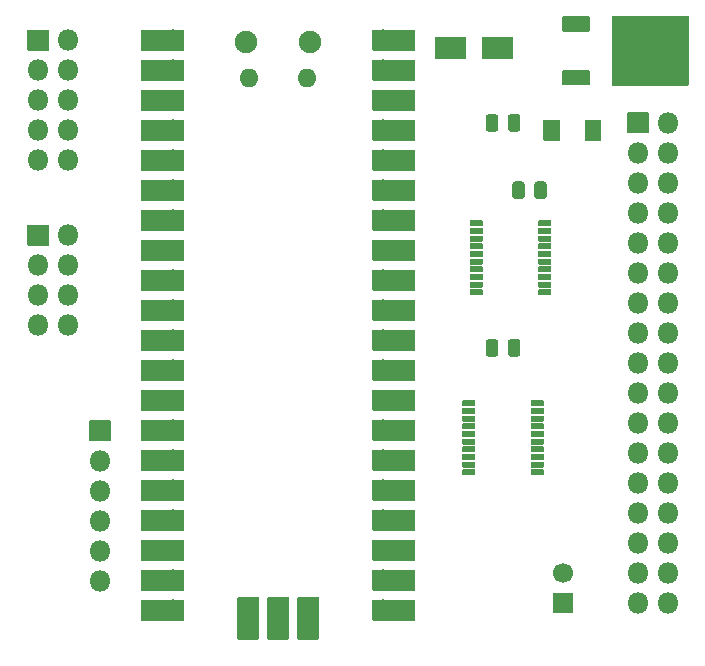
<source format=gts>
G04 #@! TF.GenerationSoftware,KiCad,Pcbnew,(5.1.10)-1*
G04 #@! TF.CreationDate,2021-07-28T22:28:55+09:30*
G04 #@! TF.ProjectId,FilestoreE01-SSD,46696c65-7374-46f7-9265-4530312d5353,rev?*
G04 #@! TF.SameCoordinates,Original*
G04 #@! TF.FileFunction,Soldermask,Top*
G04 #@! TF.FilePolarity,Negative*
%FSLAX46Y46*%
G04 Gerber Fmt 4.6, Leading zero omitted, Abs format (unit mm)*
G04 Created by KiCad (PCBNEW (5.1.10)-1) date 2021-07-28 22:28:55*
%MOMM*%
%LPD*%
G01*
G04 APERTURE LIST*
%ADD10O,1.800000X1.800000*%
%ADD11O,1.600000X1.600000*%
%ADD12O,1.900000X1.900000*%
%ADD13C,1.700000*%
G04 APERTURE END LIST*
G36*
G01*
X164160000Y-70465000D02*
X164160000Y-64665000D01*
G75*
G02*
X164210000Y-64615000I50000J0D01*
G01*
X170610000Y-64615000D01*
G75*
G02*
X170660000Y-64665000I0J-50000D01*
G01*
X170660000Y-70465000D01*
G75*
G02*
X170610000Y-70515000I-50000J0D01*
G01*
X164210000Y-70515000D01*
G75*
G02*
X164160000Y-70465000I0J50000D01*
G01*
G37*
G36*
G01*
X159960000Y-70445000D02*
X159960000Y-69245000D01*
G75*
G02*
X160010000Y-69195000I50000J0D01*
G01*
X162210000Y-69195000D01*
G75*
G02*
X162260000Y-69245000I0J-50000D01*
G01*
X162260000Y-70445000D01*
G75*
G02*
X162210000Y-70495000I-50000J0D01*
G01*
X160010000Y-70495000D01*
G75*
G02*
X159960000Y-70445000I0J50000D01*
G01*
G37*
G36*
G01*
X159960000Y-65885000D02*
X159960000Y-64685000D01*
G75*
G02*
X160010000Y-64635000I50000J0D01*
G01*
X162210000Y-64635000D01*
G75*
G02*
X162260000Y-64685000I0J-50000D01*
G01*
X162260000Y-65885000D01*
G75*
G02*
X162210000Y-65935000I-50000J0D01*
G01*
X160010000Y-65935000D01*
G75*
G02*
X159960000Y-65885000I0J50000D01*
G01*
G37*
G36*
G01*
X157290000Y-97605000D02*
X157290000Y-97205000D01*
G75*
G02*
X157340000Y-97155000I50000J0D01*
G01*
X158340000Y-97155000D01*
G75*
G02*
X158390000Y-97205000I0J-50000D01*
G01*
X158390000Y-97605000D01*
G75*
G02*
X158340000Y-97655000I-50000J0D01*
G01*
X157340000Y-97655000D01*
G75*
G02*
X157290000Y-97605000I0J50000D01*
G01*
G37*
G36*
G01*
X157290000Y-98255000D02*
X157290000Y-97855000D01*
G75*
G02*
X157340000Y-97805000I50000J0D01*
G01*
X158340000Y-97805000D01*
G75*
G02*
X158390000Y-97855000I0J-50000D01*
G01*
X158390000Y-98255000D01*
G75*
G02*
X158340000Y-98305000I-50000J0D01*
G01*
X157340000Y-98305000D01*
G75*
G02*
X157290000Y-98255000I0J50000D01*
G01*
G37*
G36*
G01*
X157290000Y-98905000D02*
X157290000Y-98505000D01*
G75*
G02*
X157340000Y-98455000I50000J0D01*
G01*
X158340000Y-98455000D01*
G75*
G02*
X158390000Y-98505000I0J-50000D01*
G01*
X158390000Y-98905000D01*
G75*
G02*
X158340000Y-98955000I-50000J0D01*
G01*
X157340000Y-98955000D01*
G75*
G02*
X157290000Y-98905000I0J50000D01*
G01*
G37*
G36*
G01*
X157290000Y-99555000D02*
X157290000Y-99155000D01*
G75*
G02*
X157340000Y-99105000I50000J0D01*
G01*
X158340000Y-99105000D01*
G75*
G02*
X158390000Y-99155000I0J-50000D01*
G01*
X158390000Y-99555000D01*
G75*
G02*
X158340000Y-99605000I-50000J0D01*
G01*
X157340000Y-99605000D01*
G75*
G02*
X157290000Y-99555000I0J50000D01*
G01*
G37*
G36*
G01*
X157290000Y-100205000D02*
X157290000Y-99805000D01*
G75*
G02*
X157340000Y-99755000I50000J0D01*
G01*
X158340000Y-99755000D01*
G75*
G02*
X158390000Y-99805000I0J-50000D01*
G01*
X158390000Y-100205000D01*
G75*
G02*
X158340000Y-100255000I-50000J0D01*
G01*
X157340000Y-100255000D01*
G75*
G02*
X157290000Y-100205000I0J50000D01*
G01*
G37*
G36*
G01*
X157290000Y-100855000D02*
X157290000Y-100455000D01*
G75*
G02*
X157340000Y-100405000I50000J0D01*
G01*
X158340000Y-100405000D01*
G75*
G02*
X158390000Y-100455000I0J-50000D01*
G01*
X158390000Y-100855000D01*
G75*
G02*
X158340000Y-100905000I-50000J0D01*
G01*
X157340000Y-100905000D01*
G75*
G02*
X157290000Y-100855000I0J50000D01*
G01*
G37*
G36*
G01*
X157290000Y-101505000D02*
X157290000Y-101105000D01*
G75*
G02*
X157340000Y-101055000I50000J0D01*
G01*
X158340000Y-101055000D01*
G75*
G02*
X158390000Y-101105000I0J-50000D01*
G01*
X158390000Y-101505000D01*
G75*
G02*
X158340000Y-101555000I-50000J0D01*
G01*
X157340000Y-101555000D01*
G75*
G02*
X157290000Y-101505000I0J50000D01*
G01*
G37*
G36*
G01*
X157290000Y-102155000D02*
X157290000Y-101755000D01*
G75*
G02*
X157340000Y-101705000I50000J0D01*
G01*
X158340000Y-101705000D01*
G75*
G02*
X158390000Y-101755000I0J-50000D01*
G01*
X158390000Y-102155000D01*
G75*
G02*
X158340000Y-102205000I-50000J0D01*
G01*
X157340000Y-102205000D01*
G75*
G02*
X157290000Y-102155000I0J50000D01*
G01*
G37*
G36*
G01*
X157290000Y-102805000D02*
X157290000Y-102405000D01*
G75*
G02*
X157340000Y-102355000I50000J0D01*
G01*
X158340000Y-102355000D01*
G75*
G02*
X158390000Y-102405000I0J-50000D01*
G01*
X158390000Y-102805000D01*
G75*
G02*
X158340000Y-102855000I-50000J0D01*
G01*
X157340000Y-102855000D01*
G75*
G02*
X157290000Y-102805000I0J50000D01*
G01*
G37*
G36*
G01*
X157290000Y-103455000D02*
X157290000Y-103055000D01*
G75*
G02*
X157340000Y-103005000I50000J0D01*
G01*
X158340000Y-103005000D01*
G75*
G02*
X158390000Y-103055000I0J-50000D01*
G01*
X158390000Y-103455000D01*
G75*
G02*
X158340000Y-103505000I-50000J0D01*
G01*
X157340000Y-103505000D01*
G75*
G02*
X157290000Y-103455000I0J50000D01*
G01*
G37*
G36*
G01*
X151490000Y-103455000D02*
X151490000Y-103055000D01*
G75*
G02*
X151540000Y-103005000I50000J0D01*
G01*
X152540000Y-103005000D01*
G75*
G02*
X152590000Y-103055000I0J-50000D01*
G01*
X152590000Y-103455000D01*
G75*
G02*
X152540000Y-103505000I-50000J0D01*
G01*
X151540000Y-103505000D01*
G75*
G02*
X151490000Y-103455000I0J50000D01*
G01*
G37*
G36*
G01*
X151490000Y-102805000D02*
X151490000Y-102405000D01*
G75*
G02*
X151540000Y-102355000I50000J0D01*
G01*
X152540000Y-102355000D01*
G75*
G02*
X152590000Y-102405000I0J-50000D01*
G01*
X152590000Y-102805000D01*
G75*
G02*
X152540000Y-102855000I-50000J0D01*
G01*
X151540000Y-102855000D01*
G75*
G02*
X151490000Y-102805000I0J50000D01*
G01*
G37*
G36*
G01*
X151490000Y-102155000D02*
X151490000Y-101755000D01*
G75*
G02*
X151540000Y-101705000I50000J0D01*
G01*
X152540000Y-101705000D01*
G75*
G02*
X152590000Y-101755000I0J-50000D01*
G01*
X152590000Y-102155000D01*
G75*
G02*
X152540000Y-102205000I-50000J0D01*
G01*
X151540000Y-102205000D01*
G75*
G02*
X151490000Y-102155000I0J50000D01*
G01*
G37*
G36*
G01*
X151490000Y-101505000D02*
X151490000Y-101105000D01*
G75*
G02*
X151540000Y-101055000I50000J0D01*
G01*
X152540000Y-101055000D01*
G75*
G02*
X152590000Y-101105000I0J-50000D01*
G01*
X152590000Y-101505000D01*
G75*
G02*
X152540000Y-101555000I-50000J0D01*
G01*
X151540000Y-101555000D01*
G75*
G02*
X151490000Y-101505000I0J50000D01*
G01*
G37*
G36*
G01*
X151490000Y-100855000D02*
X151490000Y-100455000D01*
G75*
G02*
X151540000Y-100405000I50000J0D01*
G01*
X152540000Y-100405000D01*
G75*
G02*
X152590000Y-100455000I0J-50000D01*
G01*
X152590000Y-100855000D01*
G75*
G02*
X152540000Y-100905000I-50000J0D01*
G01*
X151540000Y-100905000D01*
G75*
G02*
X151490000Y-100855000I0J50000D01*
G01*
G37*
G36*
G01*
X151490000Y-100205000D02*
X151490000Y-99805000D01*
G75*
G02*
X151540000Y-99755000I50000J0D01*
G01*
X152540000Y-99755000D01*
G75*
G02*
X152590000Y-99805000I0J-50000D01*
G01*
X152590000Y-100205000D01*
G75*
G02*
X152540000Y-100255000I-50000J0D01*
G01*
X151540000Y-100255000D01*
G75*
G02*
X151490000Y-100205000I0J50000D01*
G01*
G37*
G36*
G01*
X151490000Y-99555000D02*
X151490000Y-99155000D01*
G75*
G02*
X151540000Y-99105000I50000J0D01*
G01*
X152540000Y-99105000D01*
G75*
G02*
X152590000Y-99155000I0J-50000D01*
G01*
X152590000Y-99555000D01*
G75*
G02*
X152540000Y-99605000I-50000J0D01*
G01*
X151540000Y-99605000D01*
G75*
G02*
X151490000Y-99555000I0J50000D01*
G01*
G37*
G36*
G01*
X151490000Y-98905000D02*
X151490000Y-98505000D01*
G75*
G02*
X151540000Y-98455000I50000J0D01*
G01*
X152540000Y-98455000D01*
G75*
G02*
X152590000Y-98505000I0J-50000D01*
G01*
X152590000Y-98905000D01*
G75*
G02*
X152540000Y-98955000I-50000J0D01*
G01*
X151540000Y-98955000D01*
G75*
G02*
X151490000Y-98905000I0J50000D01*
G01*
G37*
G36*
G01*
X151490000Y-98255000D02*
X151490000Y-97855000D01*
G75*
G02*
X151540000Y-97805000I50000J0D01*
G01*
X152540000Y-97805000D01*
G75*
G02*
X152590000Y-97855000I0J-50000D01*
G01*
X152590000Y-98255000D01*
G75*
G02*
X152540000Y-98305000I-50000J0D01*
G01*
X151540000Y-98305000D01*
G75*
G02*
X151490000Y-98255000I0J50000D01*
G01*
G37*
G36*
G01*
X151490000Y-97605000D02*
X151490000Y-97205000D01*
G75*
G02*
X151540000Y-97155000I50000J0D01*
G01*
X152540000Y-97155000D01*
G75*
G02*
X152590000Y-97205000I0J-50000D01*
G01*
X152590000Y-97605000D01*
G75*
G02*
X152540000Y-97655000I-50000J0D01*
G01*
X151540000Y-97655000D01*
G75*
G02*
X151490000Y-97605000I0J50000D01*
G01*
G37*
G36*
G01*
X157925000Y-82365000D02*
X157925000Y-81965000D01*
G75*
G02*
X157975000Y-81915000I50000J0D01*
G01*
X158975000Y-81915000D01*
G75*
G02*
X159025000Y-81965000I0J-50000D01*
G01*
X159025000Y-82365000D01*
G75*
G02*
X158975000Y-82415000I-50000J0D01*
G01*
X157975000Y-82415000D01*
G75*
G02*
X157925000Y-82365000I0J50000D01*
G01*
G37*
G36*
G01*
X157925000Y-83015000D02*
X157925000Y-82615000D01*
G75*
G02*
X157975000Y-82565000I50000J0D01*
G01*
X158975000Y-82565000D01*
G75*
G02*
X159025000Y-82615000I0J-50000D01*
G01*
X159025000Y-83015000D01*
G75*
G02*
X158975000Y-83065000I-50000J0D01*
G01*
X157975000Y-83065000D01*
G75*
G02*
X157925000Y-83015000I0J50000D01*
G01*
G37*
G36*
G01*
X157925000Y-83665000D02*
X157925000Y-83265000D01*
G75*
G02*
X157975000Y-83215000I50000J0D01*
G01*
X158975000Y-83215000D01*
G75*
G02*
X159025000Y-83265000I0J-50000D01*
G01*
X159025000Y-83665000D01*
G75*
G02*
X158975000Y-83715000I-50000J0D01*
G01*
X157975000Y-83715000D01*
G75*
G02*
X157925000Y-83665000I0J50000D01*
G01*
G37*
G36*
G01*
X157925000Y-84315000D02*
X157925000Y-83915000D01*
G75*
G02*
X157975000Y-83865000I50000J0D01*
G01*
X158975000Y-83865000D01*
G75*
G02*
X159025000Y-83915000I0J-50000D01*
G01*
X159025000Y-84315000D01*
G75*
G02*
X158975000Y-84365000I-50000J0D01*
G01*
X157975000Y-84365000D01*
G75*
G02*
X157925000Y-84315000I0J50000D01*
G01*
G37*
G36*
G01*
X157925000Y-84965000D02*
X157925000Y-84565000D01*
G75*
G02*
X157975000Y-84515000I50000J0D01*
G01*
X158975000Y-84515000D01*
G75*
G02*
X159025000Y-84565000I0J-50000D01*
G01*
X159025000Y-84965000D01*
G75*
G02*
X158975000Y-85015000I-50000J0D01*
G01*
X157975000Y-85015000D01*
G75*
G02*
X157925000Y-84965000I0J50000D01*
G01*
G37*
G36*
G01*
X157925000Y-85615000D02*
X157925000Y-85215000D01*
G75*
G02*
X157975000Y-85165000I50000J0D01*
G01*
X158975000Y-85165000D01*
G75*
G02*
X159025000Y-85215000I0J-50000D01*
G01*
X159025000Y-85615000D01*
G75*
G02*
X158975000Y-85665000I-50000J0D01*
G01*
X157975000Y-85665000D01*
G75*
G02*
X157925000Y-85615000I0J50000D01*
G01*
G37*
G36*
G01*
X157925000Y-86265000D02*
X157925000Y-85865000D01*
G75*
G02*
X157975000Y-85815000I50000J0D01*
G01*
X158975000Y-85815000D01*
G75*
G02*
X159025000Y-85865000I0J-50000D01*
G01*
X159025000Y-86265000D01*
G75*
G02*
X158975000Y-86315000I-50000J0D01*
G01*
X157975000Y-86315000D01*
G75*
G02*
X157925000Y-86265000I0J50000D01*
G01*
G37*
G36*
G01*
X157925000Y-86915000D02*
X157925000Y-86515000D01*
G75*
G02*
X157975000Y-86465000I50000J0D01*
G01*
X158975000Y-86465000D01*
G75*
G02*
X159025000Y-86515000I0J-50000D01*
G01*
X159025000Y-86915000D01*
G75*
G02*
X158975000Y-86965000I-50000J0D01*
G01*
X157975000Y-86965000D01*
G75*
G02*
X157925000Y-86915000I0J50000D01*
G01*
G37*
G36*
G01*
X157925000Y-87565000D02*
X157925000Y-87165000D01*
G75*
G02*
X157975000Y-87115000I50000J0D01*
G01*
X158975000Y-87115000D01*
G75*
G02*
X159025000Y-87165000I0J-50000D01*
G01*
X159025000Y-87565000D01*
G75*
G02*
X158975000Y-87615000I-50000J0D01*
G01*
X157975000Y-87615000D01*
G75*
G02*
X157925000Y-87565000I0J50000D01*
G01*
G37*
G36*
G01*
X157925000Y-88215000D02*
X157925000Y-87815000D01*
G75*
G02*
X157975000Y-87765000I50000J0D01*
G01*
X158975000Y-87765000D01*
G75*
G02*
X159025000Y-87815000I0J-50000D01*
G01*
X159025000Y-88215000D01*
G75*
G02*
X158975000Y-88265000I-50000J0D01*
G01*
X157975000Y-88265000D01*
G75*
G02*
X157925000Y-88215000I0J50000D01*
G01*
G37*
G36*
G01*
X152125000Y-88215000D02*
X152125000Y-87815000D01*
G75*
G02*
X152175000Y-87765000I50000J0D01*
G01*
X153175000Y-87765000D01*
G75*
G02*
X153225000Y-87815000I0J-50000D01*
G01*
X153225000Y-88215000D01*
G75*
G02*
X153175000Y-88265000I-50000J0D01*
G01*
X152175000Y-88265000D01*
G75*
G02*
X152125000Y-88215000I0J50000D01*
G01*
G37*
G36*
G01*
X152125000Y-87565000D02*
X152125000Y-87165000D01*
G75*
G02*
X152175000Y-87115000I50000J0D01*
G01*
X153175000Y-87115000D01*
G75*
G02*
X153225000Y-87165000I0J-50000D01*
G01*
X153225000Y-87565000D01*
G75*
G02*
X153175000Y-87615000I-50000J0D01*
G01*
X152175000Y-87615000D01*
G75*
G02*
X152125000Y-87565000I0J50000D01*
G01*
G37*
G36*
G01*
X152125000Y-86915000D02*
X152125000Y-86515000D01*
G75*
G02*
X152175000Y-86465000I50000J0D01*
G01*
X153175000Y-86465000D01*
G75*
G02*
X153225000Y-86515000I0J-50000D01*
G01*
X153225000Y-86915000D01*
G75*
G02*
X153175000Y-86965000I-50000J0D01*
G01*
X152175000Y-86965000D01*
G75*
G02*
X152125000Y-86915000I0J50000D01*
G01*
G37*
G36*
G01*
X152125000Y-86265000D02*
X152125000Y-85865000D01*
G75*
G02*
X152175000Y-85815000I50000J0D01*
G01*
X153175000Y-85815000D01*
G75*
G02*
X153225000Y-85865000I0J-50000D01*
G01*
X153225000Y-86265000D01*
G75*
G02*
X153175000Y-86315000I-50000J0D01*
G01*
X152175000Y-86315000D01*
G75*
G02*
X152125000Y-86265000I0J50000D01*
G01*
G37*
G36*
G01*
X152125000Y-85615000D02*
X152125000Y-85215000D01*
G75*
G02*
X152175000Y-85165000I50000J0D01*
G01*
X153175000Y-85165000D01*
G75*
G02*
X153225000Y-85215000I0J-50000D01*
G01*
X153225000Y-85615000D01*
G75*
G02*
X153175000Y-85665000I-50000J0D01*
G01*
X152175000Y-85665000D01*
G75*
G02*
X152125000Y-85615000I0J50000D01*
G01*
G37*
G36*
G01*
X152125000Y-84965000D02*
X152125000Y-84565000D01*
G75*
G02*
X152175000Y-84515000I50000J0D01*
G01*
X153175000Y-84515000D01*
G75*
G02*
X153225000Y-84565000I0J-50000D01*
G01*
X153225000Y-84965000D01*
G75*
G02*
X153175000Y-85015000I-50000J0D01*
G01*
X152175000Y-85015000D01*
G75*
G02*
X152125000Y-84965000I0J50000D01*
G01*
G37*
G36*
G01*
X152125000Y-84315000D02*
X152125000Y-83915000D01*
G75*
G02*
X152175000Y-83865000I50000J0D01*
G01*
X153175000Y-83865000D01*
G75*
G02*
X153225000Y-83915000I0J-50000D01*
G01*
X153225000Y-84315000D01*
G75*
G02*
X153175000Y-84365000I-50000J0D01*
G01*
X152175000Y-84365000D01*
G75*
G02*
X152125000Y-84315000I0J50000D01*
G01*
G37*
G36*
G01*
X152125000Y-83665000D02*
X152125000Y-83265000D01*
G75*
G02*
X152175000Y-83215000I50000J0D01*
G01*
X153175000Y-83215000D01*
G75*
G02*
X153225000Y-83265000I0J-50000D01*
G01*
X153225000Y-83665000D01*
G75*
G02*
X153175000Y-83715000I-50000J0D01*
G01*
X152175000Y-83715000D01*
G75*
G02*
X152125000Y-83665000I0J50000D01*
G01*
G37*
G36*
G01*
X152125000Y-83015000D02*
X152125000Y-82615000D01*
G75*
G02*
X152175000Y-82565000I50000J0D01*
G01*
X153175000Y-82565000D01*
G75*
G02*
X153225000Y-82615000I0J-50000D01*
G01*
X153225000Y-83015000D01*
G75*
G02*
X153175000Y-83065000I-50000J0D01*
G01*
X152175000Y-83065000D01*
G75*
G02*
X152125000Y-83015000I0J50000D01*
G01*
G37*
G36*
G01*
X152125000Y-82365000D02*
X152125000Y-81965000D01*
G75*
G02*
X152175000Y-81915000I50000J0D01*
G01*
X153175000Y-81915000D01*
G75*
G02*
X153225000Y-81965000I0J-50000D01*
G01*
X153225000Y-82365000D01*
G75*
G02*
X153175000Y-82415000I-50000J0D01*
G01*
X152175000Y-82415000D01*
G75*
G02*
X152125000Y-82365000I0J50000D01*
G01*
G37*
D10*
X138430000Y-114705000D03*
G36*
G01*
X139280000Y-117405000D02*
X137580000Y-117405000D01*
G75*
G02*
X137530000Y-117355000I0J50000D01*
G01*
X137530000Y-113855000D01*
G75*
G02*
X137580000Y-113805000I50000J0D01*
G01*
X139280000Y-113805000D01*
G75*
G02*
X139330000Y-113855000I0J-50000D01*
G01*
X139330000Y-117355000D01*
G75*
G02*
X139280000Y-117405000I-50000J0D01*
G01*
G37*
G36*
G01*
X134990000Y-115555000D02*
X134990000Y-113855000D01*
G75*
G02*
X135040000Y-113805000I50000J0D01*
G01*
X136740000Y-113805000D01*
G75*
G02*
X136790000Y-113855000I0J-50000D01*
G01*
X136790000Y-115555000D01*
G75*
G02*
X136740000Y-115605000I-50000J0D01*
G01*
X135040000Y-115605000D01*
G75*
G02*
X134990000Y-115555000I0J50000D01*
G01*
G37*
G36*
G01*
X136740000Y-117405000D02*
X135040000Y-117405000D01*
G75*
G02*
X134990000Y-117355000I0J50000D01*
G01*
X134990000Y-113855000D01*
G75*
G02*
X135040000Y-113805000I50000J0D01*
G01*
X136740000Y-113805000D01*
G75*
G02*
X136790000Y-113855000I0J-50000D01*
G01*
X136790000Y-117355000D01*
G75*
G02*
X136740000Y-117405000I-50000J0D01*
G01*
G37*
X133350000Y-114705000D03*
G36*
G01*
X134200000Y-117405000D02*
X132500000Y-117405000D01*
G75*
G02*
X132450000Y-117355000I0J50000D01*
G01*
X132450000Y-113855000D01*
G75*
G02*
X132500000Y-113805000I50000J0D01*
G01*
X134200000Y-113805000D01*
G75*
G02*
X134250000Y-113855000I0J-50000D01*
G01*
X134250000Y-117355000D01*
G75*
G02*
X134200000Y-117405000I-50000J0D01*
G01*
G37*
D11*
X138315000Y-69835000D03*
X133465000Y-69835000D03*
D12*
X138615000Y-66805000D03*
X133165000Y-66805000D03*
G36*
G01*
X143880000Y-115785000D02*
X143880000Y-114085000D01*
G75*
G02*
X143930000Y-114035000I50000J0D01*
G01*
X147430000Y-114035000D01*
G75*
G02*
X147480000Y-114085000I0J-50000D01*
G01*
X147480000Y-115785000D01*
G75*
G02*
X147430000Y-115835000I-50000J0D01*
G01*
X143930000Y-115835000D01*
G75*
G02*
X143880000Y-115785000I0J50000D01*
G01*
G37*
G36*
G01*
X143880000Y-113245000D02*
X143880000Y-111545000D01*
G75*
G02*
X143930000Y-111495000I50000J0D01*
G01*
X147430000Y-111495000D01*
G75*
G02*
X147480000Y-111545000I0J-50000D01*
G01*
X147480000Y-113245000D01*
G75*
G02*
X147430000Y-113295000I-50000J0D01*
G01*
X143930000Y-113295000D01*
G75*
G02*
X143880000Y-113245000I0J50000D01*
G01*
G37*
G36*
G01*
X143880000Y-110705000D02*
X143880000Y-109005000D01*
G75*
G02*
X143930000Y-108955000I50000J0D01*
G01*
X147430000Y-108955000D01*
G75*
G02*
X147480000Y-109005000I0J-50000D01*
G01*
X147480000Y-110705000D01*
G75*
G02*
X147430000Y-110755000I-50000J0D01*
G01*
X143930000Y-110755000D01*
G75*
G02*
X143880000Y-110705000I0J50000D01*
G01*
G37*
G36*
G01*
X143880000Y-108165000D02*
X143880000Y-106465000D01*
G75*
G02*
X143930000Y-106415000I50000J0D01*
G01*
X147430000Y-106415000D01*
G75*
G02*
X147480000Y-106465000I0J-50000D01*
G01*
X147480000Y-108165000D01*
G75*
G02*
X147430000Y-108215000I-50000J0D01*
G01*
X143930000Y-108215000D01*
G75*
G02*
X143880000Y-108165000I0J50000D01*
G01*
G37*
G36*
G01*
X143880000Y-105625000D02*
X143880000Y-103925000D01*
G75*
G02*
X143930000Y-103875000I50000J0D01*
G01*
X147430000Y-103875000D01*
G75*
G02*
X147480000Y-103925000I0J-50000D01*
G01*
X147480000Y-105625000D01*
G75*
G02*
X147430000Y-105675000I-50000J0D01*
G01*
X143930000Y-105675000D01*
G75*
G02*
X143880000Y-105625000I0J50000D01*
G01*
G37*
G36*
G01*
X143880000Y-103085000D02*
X143880000Y-101385000D01*
G75*
G02*
X143930000Y-101335000I50000J0D01*
G01*
X147430000Y-101335000D01*
G75*
G02*
X147480000Y-101385000I0J-50000D01*
G01*
X147480000Y-103085000D01*
G75*
G02*
X147430000Y-103135000I-50000J0D01*
G01*
X143930000Y-103135000D01*
G75*
G02*
X143880000Y-103085000I0J50000D01*
G01*
G37*
G36*
G01*
X143880000Y-100545000D02*
X143880000Y-98845000D01*
G75*
G02*
X143930000Y-98795000I50000J0D01*
G01*
X147430000Y-98795000D01*
G75*
G02*
X147480000Y-98845000I0J-50000D01*
G01*
X147480000Y-100545000D01*
G75*
G02*
X147430000Y-100595000I-50000J0D01*
G01*
X143930000Y-100595000D01*
G75*
G02*
X143880000Y-100545000I0J50000D01*
G01*
G37*
G36*
G01*
X143880000Y-98005000D02*
X143880000Y-96305000D01*
G75*
G02*
X143930000Y-96255000I50000J0D01*
G01*
X147430000Y-96255000D01*
G75*
G02*
X147480000Y-96305000I0J-50000D01*
G01*
X147480000Y-98005000D01*
G75*
G02*
X147430000Y-98055000I-50000J0D01*
G01*
X143930000Y-98055000D01*
G75*
G02*
X143880000Y-98005000I0J50000D01*
G01*
G37*
G36*
G01*
X143880000Y-95465000D02*
X143880000Y-93765000D01*
G75*
G02*
X143930000Y-93715000I50000J0D01*
G01*
X147430000Y-93715000D01*
G75*
G02*
X147480000Y-93765000I0J-50000D01*
G01*
X147480000Y-95465000D01*
G75*
G02*
X147430000Y-95515000I-50000J0D01*
G01*
X143930000Y-95515000D01*
G75*
G02*
X143880000Y-95465000I0J50000D01*
G01*
G37*
G36*
G01*
X143880000Y-92925000D02*
X143880000Y-91225000D01*
G75*
G02*
X143930000Y-91175000I50000J0D01*
G01*
X147430000Y-91175000D01*
G75*
G02*
X147480000Y-91225000I0J-50000D01*
G01*
X147480000Y-92925000D01*
G75*
G02*
X147430000Y-92975000I-50000J0D01*
G01*
X143930000Y-92975000D01*
G75*
G02*
X143880000Y-92925000I0J50000D01*
G01*
G37*
G36*
G01*
X143880000Y-90385000D02*
X143880000Y-88685000D01*
G75*
G02*
X143930000Y-88635000I50000J0D01*
G01*
X147430000Y-88635000D01*
G75*
G02*
X147480000Y-88685000I0J-50000D01*
G01*
X147480000Y-90385000D01*
G75*
G02*
X147430000Y-90435000I-50000J0D01*
G01*
X143930000Y-90435000D01*
G75*
G02*
X143880000Y-90385000I0J50000D01*
G01*
G37*
G36*
G01*
X143880000Y-87845000D02*
X143880000Y-86145000D01*
G75*
G02*
X143930000Y-86095000I50000J0D01*
G01*
X147430000Y-86095000D01*
G75*
G02*
X147480000Y-86145000I0J-50000D01*
G01*
X147480000Y-87845000D01*
G75*
G02*
X147430000Y-87895000I-50000J0D01*
G01*
X143930000Y-87895000D01*
G75*
G02*
X143880000Y-87845000I0J50000D01*
G01*
G37*
G36*
G01*
X143880000Y-85305000D02*
X143880000Y-83605000D01*
G75*
G02*
X143930000Y-83555000I50000J0D01*
G01*
X147430000Y-83555000D01*
G75*
G02*
X147480000Y-83605000I0J-50000D01*
G01*
X147480000Y-85305000D01*
G75*
G02*
X147430000Y-85355000I-50000J0D01*
G01*
X143930000Y-85355000D01*
G75*
G02*
X143880000Y-85305000I0J50000D01*
G01*
G37*
G36*
G01*
X143880000Y-82765000D02*
X143880000Y-81065000D01*
G75*
G02*
X143930000Y-81015000I50000J0D01*
G01*
X147430000Y-81015000D01*
G75*
G02*
X147480000Y-81065000I0J-50000D01*
G01*
X147480000Y-82765000D01*
G75*
G02*
X147430000Y-82815000I-50000J0D01*
G01*
X143930000Y-82815000D01*
G75*
G02*
X143880000Y-82765000I0J50000D01*
G01*
G37*
G36*
G01*
X143880000Y-80225000D02*
X143880000Y-78525000D01*
G75*
G02*
X143930000Y-78475000I50000J0D01*
G01*
X147430000Y-78475000D01*
G75*
G02*
X147480000Y-78525000I0J-50000D01*
G01*
X147480000Y-80225000D01*
G75*
G02*
X147430000Y-80275000I-50000J0D01*
G01*
X143930000Y-80275000D01*
G75*
G02*
X143880000Y-80225000I0J50000D01*
G01*
G37*
G36*
G01*
X143880000Y-77685000D02*
X143880000Y-75985000D01*
G75*
G02*
X143930000Y-75935000I50000J0D01*
G01*
X147430000Y-75935000D01*
G75*
G02*
X147480000Y-75985000I0J-50000D01*
G01*
X147480000Y-77685000D01*
G75*
G02*
X147430000Y-77735000I-50000J0D01*
G01*
X143930000Y-77735000D01*
G75*
G02*
X143880000Y-77685000I0J50000D01*
G01*
G37*
G36*
G01*
X143880000Y-75145000D02*
X143880000Y-73445000D01*
G75*
G02*
X143930000Y-73395000I50000J0D01*
G01*
X147430000Y-73395000D01*
G75*
G02*
X147480000Y-73445000I0J-50000D01*
G01*
X147480000Y-75145000D01*
G75*
G02*
X147430000Y-75195000I-50000J0D01*
G01*
X143930000Y-75195000D01*
G75*
G02*
X143880000Y-75145000I0J50000D01*
G01*
G37*
G36*
G01*
X143880000Y-72605000D02*
X143880000Y-70905000D01*
G75*
G02*
X143930000Y-70855000I50000J0D01*
G01*
X147430000Y-70855000D01*
G75*
G02*
X147480000Y-70905000I0J-50000D01*
G01*
X147480000Y-72605000D01*
G75*
G02*
X147430000Y-72655000I-50000J0D01*
G01*
X143930000Y-72655000D01*
G75*
G02*
X143880000Y-72605000I0J50000D01*
G01*
G37*
G36*
G01*
X143880000Y-70065000D02*
X143880000Y-68365000D01*
G75*
G02*
X143930000Y-68315000I50000J0D01*
G01*
X147430000Y-68315000D01*
G75*
G02*
X147480000Y-68365000I0J-50000D01*
G01*
X147480000Y-70065000D01*
G75*
G02*
X147430000Y-70115000I-50000J0D01*
G01*
X143930000Y-70115000D01*
G75*
G02*
X143880000Y-70065000I0J50000D01*
G01*
G37*
G36*
G01*
X143880000Y-67525000D02*
X143880000Y-65825000D01*
G75*
G02*
X143930000Y-65775000I50000J0D01*
G01*
X147430000Y-65775000D01*
G75*
G02*
X147480000Y-65825000I0J-50000D01*
G01*
X147480000Y-67525000D01*
G75*
G02*
X147430000Y-67575000I-50000J0D01*
G01*
X143930000Y-67575000D01*
G75*
G02*
X143880000Y-67525000I0J50000D01*
G01*
G37*
G36*
G01*
X124300000Y-115785000D02*
X124300000Y-114085000D01*
G75*
G02*
X124350000Y-114035000I50000J0D01*
G01*
X127850000Y-114035000D01*
G75*
G02*
X127900000Y-114085000I0J-50000D01*
G01*
X127900000Y-115785000D01*
G75*
G02*
X127850000Y-115835000I-50000J0D01*
G01*
X124350000Y-115835000D01*
G75*
G02*
X124300000Y-115785000I0J50000D01*
G01*
G37*
G36*
G01*
X124300000Y-113245000D02*
X124300000Y-111545000D01*
G75*
G02*
X124350000Y-111495000I50000J0D01*
G01*
X127850000Y-111495000D01*
G75*
G02*
X127900000Y-111545000I0J-50000D01*
G01*
X127900000Y-113245000D01*
G75*
G02*
X127850000Y-113295000I-50000J0D01*
G01*
X124350000Y-113295000D01*
G75*
G02*
X124300000Y-113245000I0J50000D01*
G01*
G37*
G36*
G01*
X124300000Y-110705000D02*
X124300000Y-109005000D01*
G75*
G02*
X124350000Y-108955000I50000J0D01*
G01*
X127850000Y-108955000D01*
G75*
G02*
X127900000Y-109005000I0J-50000D01*
G01*
X127900000Y-110705000D01*
G75*
G02*
X127850000Y-110755000I-50000J0D01*
G01*
X124350000Y-110755000D01*
G75*
G02*
X124300000Y-110705000I0J50000D01*
G01*
G37*
G36*
G01*
X124300000Y-108165000D02*
X124300000Y-106465000D01*
G75*
G02*
X124350000Y-106415000I50000J0D01*
G01*
X127850000Y-106415000D01*
G75*
G02*
X127900000Y-106465000I0J-50000D01*
G01*
X127900000Y-108165000D01*
G75*
G02*
X127850000Y-108215000I-50000J0D01*
G01*
X124350000Y-108215000D01*
G75*
G02*
X124300000Y-108165000I0J50000D01*
G01*
G37*
G36*
G01*
X124300000Y-105625000D02*
X124300000Y-103925000D01*
G75*
G02*
X124350000Y-103875000I50000J0D01*
G01*
X127850000Y-103875000D01*
G75*
G02*
X127900000Y-103925000I0J-50000D01*
G01*
X127900000Y-105625000D01*
G75*
G02*
X127850000Y-105675000I-50000J0D01*
G01*
X124350000Y-105675000D01*
G75*
G02*
X124300000Y-105625000I0J50000D01*
G01*
G37*
G36*
G01*
X124300000Y-103085000D02*
X124300000Y-101385000D01*
G75*
G02*
X124350000Y-101335000I50000J0D01*
G01*
X127850000Y-101335000D01*
G75*
G02*
X127900000Y-101385000I0J-50000D01*
G01*
X127900000Y-103085000D01*
G75*
G02*
X127850000Y-103135000I-50000J0D01*
G01*
X124350000Y-103135000D01*
G75*
G02*
X124300000Y-103085000I0J50000D01*
G01*
G37*
G36*
G01*
X124300000Y-100545000D02*
X124300000Y-98845000D01*
G75*
G02*
X124350000Y-98795000I50000J0D01*
G01*
X127850000Y-98795000D01*
G75*
G02*
X127900000Y-98845000I0J-50000D01*
G01*
X127900000Y-100545000D01*
G75*
G02*
X127850000Y-100595000I-50000J0D01*
G01*
X124350000Y-100595000D01*
G75*
G02*
X124300000Y-100545000I0J50000D01*
G01*
G37*
G36*
G01*
X124300000Y-98005000D02*
X124300000Y-96305000D01*
G75*
G02*
X124350000Y-96255000I50000J0D01*
G01*
X127850000Y-96255000D01*
G75*
G02*
X127900000Y-96305000I0J-50000D01*
G01*
X127900000Y-98005000D01*
G75*
G02*
X127850000Y-98055000I-50000J0D01*
G01*
X124350000Y-98055000D01*
G75*
G02*
X124300000Y-98005000I0J50000D01*
G01*
G37*
G36*
G01*
X124300000Y-95465000D02*
X124300000Y-93765000D01*
G75*
G02*
X124350000Y-93715000I50000J0D01*
G01*
X127850000Y-93715000D01*
G75*
G02*
X127900000Y-93765000I0J-50000D01*
G01*
X127900000Y-95465000D01*
G75*
G02*
X127850000Y-95515000I-50000J0D01*
G01*
X124350000Y-95515000D01*
G75*
G02*
X124300000Y-95465000I0J50000D01*
G01*
G37*
G36*
G01*
X124300000Y-92925000D02*
X124300000Y-91225000D01*
G75*
G02*
X124350000Y-91175000I50000J0D01*
G01*
X127850000Y-91175000D01*
G75*
G02*
X127900000Y-91225000I0J-50000D01*
G01*
X127900000Y-92925000D01*
G75*
G02*
X127850000Y-92975000I-50000J0D01*
G01*
X124350000Y-92975000D01*
G75*
G02*
X124300000Y-92925000I0J50000D01*
G01*
G37*
G36*
G01*
X124300000Y-90385000D02*
X124300000Y-88685000D01*
G75*
G02*
X124350000Y-88635000I50000J0D01*
G01*
X127850000Y-88635000D01*
G75*
G02*
X127900000Y-88685000I0J-50000D01*
G01*
X127900000Y-90385000D01*
G75*
G02*
X127850000Y-90435000I-50000J0D01*
G01*
X124350000Y-90435000D01*
G75*
G02*
X124300000Y-90385000I0J50000D01*
G01*
G37*
G36*
G01*
X124300000Y-87845000D02*
X124300000Y-86145000D01*
G75*
G02*
X124350000Y-86095000I50000J0D01*
G01*
X127850000Y-86095000D01*
G75*
G02*
X127900000Y-86145000I0J-50000D01*
G01*
X127900000Y-87845000D01*
G75*
G02*
X127850000Y-87895000I-50000J0D01*
G01*
X124350000Y-87895000D01*
G75*
G02*
X124300000Y-87845000I0J50000D01*
G01*
G37*
G36*
G01*
X124300000Y-85305000D02*
X124300000Y-83605000D01*
G75*
G02*
X124350000Y-83555000I50000J0D01*
G01*
X127850000Y-83555000D01*
G75*
G02*
X127900000Y-83605000I0J-50000D01*
G01*
X127900000Y-85305000D01*
G75*
G02*
X127850000Y-85355000I-50000J0D01*
G01*
X124350000Y-85355000D01*
G75*
G02*
X124300000Y-85305000I0J50000D01*
G01*
G37*
G36*
G01*
X124300000Y-82765000D02*
X124300000Y-81065000D01*
G75*
G02*
X124350000Y-81015000I50000J0D01*
G01*
X127850000Y-81015000D01*
G75*
G02*
X127900000Y-81065000I0J-50000D01*
G01*
X127900000Y-82765000D01*
G75*
G02*
X127850000Y-82815000I-50000J0D01*
G01*
X124350000Y-82815000D01*
G75*
G02*
X124300000Y-82765000I0J50000D01*
G01*
G37*
G36*
G01*
X124300000Y-80225000D02*
X124300000Y-78525000D01*
G75*
G02*
X124350000Y-78475000I50000J0D01*
G01*
X127850000Y-78475000D01*
G75*
G02*
X127900000Y-78525000I0J-50000D01*
G01*
X127900000Y-80225000D01*
G75*
G02*
X127850000Y-80275000I-50000J0D01*
G01*
X124350000Y-80275000D01*
G75*
G02*
X124300000Y-80225000I0J50000D01*
G01*
G37*
G36*
G01*
X124300000Y-77685000D02*
X124300000Y-75985000D01*
G75*
G02*
X124350000Y-75935000I50000J0D01*
G01*
X127850000Y-75935000D01*
G75*
G02*
X127900000Y-75985000I0J-50000D01*
G01*
X127900000Y-77685000D01*
G75*
G02*
X127850000Y-77735000I-50000J0D01*
G01*
X124350000Y-77735000D01*
G75*
G02*
X124300000Y-77685000I0J50000D01*
G01*
G37*
G36*
G01*
X124300000Y-75145000D02*
X124300000Y-73445000D01*
G75*
G02*
X124350000Y-73395000I50000J0D01*
G01*
X127850000Y-73395000D01*
G75*
G02*
X127900000Y-73445000I0J-50000D01*
G01*
X127900000Y-75145000D01*
G75*
G02*
X127850000Y-75195000I-50000J0D01*
G01*
X124350000Y-75195000D01*
G75*
G02*
X124300000Y-75145000I0J50000D01*
G01*
G37*
G36*
G01*
X124300000Y-72605000D02*
X124300000Y-70905000D01*
G75*
G02*
X124350000Y-70855000I50000J0D01*
G01*
X127850000Y-70855000D01*
G75*
G02*
X127900000Y-70905000I0J-50000D01*
G01*
X127900000Y-72605000D01*
G75*
G02*
X127850000Y-72655000I-50000J0D01*
G01*
X124350000Y-72655000D01*
G75*
G02*
X124300000Y-72605000I0J50000D01*
G01*
G37*
G36*
G01*
X124300000Y-70065000D02*
X124300000Y-68365000D01*
G75*
G02*
X124350000Y-68315000I50000J0D01*
G01*
X127850000Y-68315000D01*
G75*
G02*
X127900000Y-68365000I0J-50000D01*
G01*
X127900000Y-70065000D01*
G75*
G02*
X127850000Y-70115000I-50000J0D01*
G01*
X124350000Y-70115000D01*
G75*
G02*
X124300000Y-70065000I0J50000D01*
G01*
G37*
G36*
G01*
X124300000Y-67525000D02*
X124300000Y-65825000D01*
G75*
G02*
X124350000Y-65775000I50000J0D01*
G01*
X127850000Y-65775000D01*
G75*
G02*
X127900000Y-65825000I0J-50000D01*
G01*
X127900000Y-67525000D01*
G75*
G02*
X127850000Y-67575000I-50000J0D01*
G01*
X124350000Y-67575000D01*
G75*
G02*
X124300000Y-67525000I0J50000D01*
G01*
G37*
D10*
X144780000Y-66675000D03*
X144780000Y-69215000D03*
G36*
G01*
X143880000Y-72605000D02*
X143880000Y-70905000D01*
G75*
G02*
X143930000Y-70855000I50000J0D01*
G01*
X145630000Y-70855000D01*
G75*
G02*
X145680000Y-70905000I0J-50000D01*
G01*
X145680000Y-72605000D01*
G75*
G02*
X145630000Y-72655000I-50000J0D01*
G01*
X143930000Y-72655000D01*
G75*
G02*
X143880000Y-72605000I0J50000D01*
G01*
G37*
X144780000Y-74295000D03*
X144780000Y-76835000D03*
X144780000Y-79375000D03*
X144780000Y-81915000D03*
G36*
G01*
X143880000Y-85305000D02*
X143880000Y-83605000D01*
G75*
G02*
X143930000Y-83555000I50000J0D01*
G01*
X145630000Y-83555000D01*
G75*
G02*
X145680000Y-83605000I0J-50000D01*
G01*
X145680000Y-85305000D01*
G75*
G02*
X145630000Y-85355000I-50000J0D01*
G01*
X143930000Y-85355000D01*
G75*
G02*
X143880000Y-85305000I0J50000D01*
G01*
G37*
X144780000Y-86995000D03*
X144780000Y-89535000D03*
X144780000Y-92075000D03*
X144780000Y-94615000D03*
G36*
G01*
X143880000Y-98005000D02*
X143880000Y-96305000D01*
G75*
G02*
X143930000Y-96255000I50000J0D01*
G01*
X145630000Y-96255000D01*
G75*
G02*
X145680000Y-96305000I0J-50000D01*
G01*
X145680000Y-98005000D01*
G75*
G02*
X145630000Y-98055000I-50000J0D01*
G01*
X143930000Y-98055000D01*
G75*
G02*
X143880000Y-98005000I0J50000D01*
G01*
G37*
X144780000Y-99695000D03*
X144780000Y-102235000D03*
X144780000Y-104775000D03*
X144780000Y-107315000D03*
G36*
G01*
X143880000Y-110705000D02*
X143880000Y-109005000D01*
G75*
G02*
X143930000Y-108955000I50000J0D01*
G01*
X145630000Y-108955000D01*
G75*
G02*
X145680000Y-109005000I0J-50000D01*
G01*
X145680000Y-110705000D01*
G75*
G02*
X145630000Y-110755000I-50000J0D01*
G01*
X143930000Y-110755000D01*
G75*
G02*
X143880000Y-110705000I0J50000D01*
G01*
G37*
X144780000Y-112395000D03*
X144780000Y-114935000D03*
X127000000Y-114935000D03*
X127000000Y-112395000D03*
G36*
G01*
X126100000Y-110705000D02*
X126100000Y-109005000D01*
G75*
G02*
X126150000Y-108955000I50000J0D01*
G01*
X127850000Y-108955000D01*
G75*
G02*
X127900000Y-109005000I0J-50000D01*
G01*
X127900000Y-110705000D01*
G75*
G02*
X127850000Y-110755000I-50000J0D01*
G01*
X126150000Y-110755000D01*
G75*
G02*
X126100000Y-110705000I0J50000D01*
G01*
G37*
X127000000Y-107315000D03*
X127000000Y-104775000D03*
X127000000Y-102235000D03*
X127000000Y-99695000D03*
G36*
G01*
X126100000Y-98005000D02*
X126100000Y-96305000D01*
G75*
G02*
X126150000Y-96255000I50000J0D01*
G01*
X127850000Y-96255000D01*
G75*
G02*
X127900000Y-96305000I0J-50000D01*
G01*
X127900000Y-98005000D01*
G75*
G02*
X127850000Y-98055000I-50000J0D01*
G01*
X126150000Y-98055000D01*
G75*
G02*
X126100000Y-98005000I0J50000D01*
G01*
G37*
X127000000Y-94615000D03*
X127000000Y-92075000D03*
X127000000Y-89535000D03*
X127000000Y-86995000D03*
G36*
G01*
X126100000Y-85305000D02*
X126100000Y-83605000D01*
G75*
G02*
X126150000Y-83555000I50000J0D01*
G01*
X127850000Y-83555000D01*
G75*
G02*
X127900000Y-83605000I0J-50000D01*
G01*
X127900000Y-85305000D01*
G75*
G02*
X127850000Y-85355000I-50000J0D01*
G01*
X126150000Y-85355000D01*
G75*
G02*
X126100000Y-85305000I0J50000D01*
G01*
G37*
X127000000Y-81915000D03*
X127000000Y-79375000D03*
X127000000Y-76835000D03*
X127000000Y-74295000D03*
G36*
G01*
X126100000Y-72605000D02*
X126100000Y-70905000D01*
G75*
G02*
X126150000Y-70855000I50000J0D01*
G01*
X127850000Y-70855000D01*
G75*
G02*
X127900000Y-70905000I0J-50000D01*
G01*
X127900000Y-72605000D01*
G75*
G02*
X127850000Y-72655000I-50000J0D01*
G01*
X126150000Y-72655000D01*
G75*
G02*
X126100000Y-72605000I0J50000D01*
G01*
G37*
X127000000Y-69215000D03*
X127000000Y-66675000D03*
X168910000Y-114300000D03*
X166370000Y-114300000D03*
X168910000Y-111760000D03*
X166370000Y-111760000D03*
X168910000Y-109220000D03*
X166370000Y-109220000D03*
X168910000Y-106680000D03*
X166370000Y-106680000D03*
X168910000Y-104140000D03*
X166370000Y-104140000D03*
X168910000Y-101600000D03*
X166370000Y-101600000D03*
X168910000Y-99060000D03*
X166370000Y-99060000D03*
X168910000Y-96520000D03*
X166370000Y-96520000D03*
X168910000Y-93980000D03*
X166370000Y-93980000D03*
X168910000Y-91440000D03*
X166370000Y-91440000D03*
X168910000Y-88900000D03*
X166370000Y-88900000D03*
X168910000Y-86360000D03*
X166370000Y-86360000D03*
X168910000Y-83820000D03*
X166370000Y-83820000D03*
X168910000Y-81280000D03*
X166370000Y-81280000D03*
X168910000Y-78740000D03*
X166370000Y-78740000D03*
X168910000Y-76200000D03*
X166370000Y-76200000D03*
X168910000Y-73660000D03*
G36*
G01*
X165470000Y-74510000D02*
X165470000Y-72810000D01*
G75*
G02*
X165520000Y-72760000I50000J0D01*
G01*
X167220000Y-72760000D01*
G75*
G02*
X167270000Y-72810000I0J-50000D01*
G01*
X167270000Y-74510000D01*
G75*
G02*
X167220000Y-74560000I-50000J0D01*
G01*
X165520000Y-74560000D01*
G75*
G02*
X165470000Y-74510000I0J50000D01*
G01*
G37*
X120815100Y-112435640D03*
X120815100Y-109895640D03*
X120815100Y-107355640D03*
X120815100Y-104815640D03*
X120815100Y-102275640D03*
G36*
G01*
X119915100Y-100585640D02*
X119915100Y-98885640D01*
G75*
G02*
X119965100Y-98835640I50000J0D01*
G01*
X121665100Y-98835640D01*
G75*
G02*
X121715100Y-98885640I0J-50000D01*
G01*
X121715100Y-100585640D01*
G75*
G02*
X121665100Y-100635640I-50000J0D01*
G01*
X119965100Y-100635640D01*
G75*
G02*
X119915100Y-100585640I0J50000D01*
G01*
G37*
X118110000Y-90805000D03*
X115570000Y-90805000D03*
X118110000Y-88265000D03*
X115570000Y-88265000D03*
X118110000Y-85725000D03*
X115570000Y-85725000D03*
X118110000Y-83185000D03*
G36*
G01*
X114670000Y-84035000D02*
X114670000Y-82335000D01*
G75*
G02*
X114720000Y-82285000I50000J0D01*
G01*
X116420000Y-82285000D01*
G75*
G02*
X116470000Y-82335000I0J-50000D01*
G01*
X116470000Y-84035000D01*
G75*
G02*
X116420000Y-84085000I-50000J0D01*
G01*
X114720000Y-84085000D01*
G75*
G02*
X114670000Y-84035000I0J50000D01*
G01*
G37*
X118110000Y-76835000D03*
X115570000Y-76835000D03*
X118110000Y-74295000D03*
X115570000Y-74295000D03*
X118110000Y-71755000D03*
X115570000Y-71755000D03*
X118110000Y-69215000D03*
X115570000Y-69215000D03*
X118110000Y-66675000D03*
G36*
G01*
X114670000Y-67525000D02*
X114670000Y-65825000D01*
G75*
G02*
X114720000Y-65775000I50000J0D01*
G01*
X116420000Y-65775000D01*
G75*
G02*
X116470000Y-65825000I0J-50000D01*
G01*
X116470000Y-67525000D01*
G75*
G02*
X116420000Y-67575000I-50000J0D01*
G01*
X114720000Y-67575000D01*
G75*
G02*
X114670000Y-67525000I0J50000D01*
G01*
G37*
G36*
G01*
X153195000Y-68210000D02*
X153195000Y-66410000D01*
G75*
G02*
X153245000Y-66360000I50000J0D01*
G01*
X155745000Y-66360000D01*
G75*
G02*
X155795000Y-66410000I0J-50000D01*
G01*
X155795000Y-68210000D01*
G75*
G02*
X155745000Y-68260000I-50000J0D01*
G01*
X153245000Y-68260000D01*
G75*
G02*
X153195000Y-68210000I0J50000D01*
G01*
G37*
G36*
G01*
X149195000Y-68210000D02*
X149195000Y-66410000D01*
G75*
G02*
X149245000Y-66360000I50000J0D01*
G01*
X151745000Y-66360000D01*
G75*
G02*
X151795000Y-66410000I0J-50000D01*
G01*
X151795000Y-68210000D01*
G75*
G02*
X151745000Y-68260000I-50000J0D01*
G01*
X149245000Y-68260000D01*
G75*
G02*
X149195000Y-68210000I0J50000D01*
G01*
G37*
G36*
G01*
X154540000Y-73178750D02*
X154540000Y-74141250D01*
G75*
G02*
X154271250Y-74410000I-268750J0D01*
G01*
X153733750Y-74410000D01*
G75*
G02*
X153465000Y-74141250I0J268750D01*
G01*
X153465000Y-73178750D01*
G75*
G02*
X153733750Y-72910000I268750J0D01*
G01*
X154271250Y-72910000D01*
G75*
G02*
X154540000Y-73178750I0J-268750D01*
G01*
G37*
G36*
G01*
X156415000Y-73178750D02*
X156415000Y-74141250D01*
G75*
G02*
X156146250Y-74410000I-268750J0D01*
G01*
X155608750Y-74410000D01*
G75*
G02*
X155340000Y-74141250I0J268750D01*
G01*
X155340000Y-73178750D01*
G75*
G02*
X155608750Y-72910000I268750J0D01*
G01*
X156146250Y-72910000D01*
G75*
G02*
X156415000Y-73178750I0J-268750D01*
G01*
G37*
G36*
G01*
X156777500Y-78893750D02*
X156777500Y-79856250D01*
G75*
G02*
X156508750Y-80125000I-268750J0D01*
G01*
X155971250Y-80125000D01*
G75*
G02*
X155702500Y-79856250I0J268750D01*
G01*
X155702500Y-78893750D01*
G75*
G02*
X155971250Y-78625000I268750J0D01*
G01*
X156508750Y-78625000D01*
G75*
G02*
X156777500Y-78893750I0J-268750D01*
G01*
G37*
G36*
G01*
X158652500Y-78893750D02*
X158652500Y-79856250D01*
G75*
G02*
X158383750Y-80125000I-268750J0D01*
G01*
X157846250Y-80125000D01*
G75*
G02*
X157577500Y-79856250I0J268750D01*
G01*
X157577500Y-78893750D01*
G75*
G02*
X157846250Y-78625000I268750J0D01*
G01*
X158383750Y-78625000D01*
G75*
G02*
X158652500Y-78893750I0J-268750D01*
G01*
G37*
G36*
G01*
X154540000Y-92228750D02*
X154540000Y-93191250D01*
G75*
G02*
X154271250Y-93460000I-268750J0D01*
G01*
X153733750Y-93460000D01*
G75*
G02*
X153465000Y-93191250I0J268750D01*
G01*
X153465000Y-92228750D01*
G75*
G02*
X153733750Y-91960000I268750J0D01*
G01*
X154271250Y-91960000D01*
G75*
G02*
X154540000Y-92228750I0J-268750D01*
G01*
G37*
G36*
G01*
X156415000Y-92228750D02*
X156415000Y-93191250D01*
G75*
G02*
X156146250Y-93460000I-268750J0D01*
G01*
X155608750Y-93460000D01*
G75*
G02*
X155340000Y-93191250I0J268750D01*
G01*
X155340000Y-92228750D01*
G75*
G02*
X155608750Y-91960000I268750J0D01*
G01*
X156146250Y-91960000D01*
G75*
G02*
X156415000Y-92228750I0J-268750D01*
G01*
G37*
D13*
X160020000Y-111800000D03*
G36*
G01*
X160820000Y-115150000D02*
X159220000Y-115150000D01*
G75*
G02*
X159170000Y-115100000I0J50000D01*
G01*
X159170000Y-113500000D01*
G75*
G02*
X159220000Y-113450000I50000J0D01*
G01*
X160820000Y-113450000D01*
G75*
G02*
X160870000Y-113500000I0J-50000D01*
G01*
X160870000Y-115100000D01*
G75*
G02*
X160820000Y-115150000I-50000J0D01*
G01*
G37*
G36*
G01*
X158360000Y-75145000D02*
X158360000Y-73445000D01*
G75*
G02*
X158410000Y-73395000I50000J0D01*
G01*
X159710000Y-73395000D01*
G75*
G02*
X159760000Y-73445000I0J-50000D01*
G01*
X159760000Y-75145000D01*
G75*
G02*
X159710000Y-75195000I-50000J0D01*
G01*
X158410000Y-75195000D01*
G75*
G02*
X158360000Y-75145000I0J50000D01*
G01*
G37*
G36*
G01*
X161860000Y-75145000D02*
X161860000Y-73445000D01*
G75*
G02*
X161910000Y-73395000I50000J0D01*
G01*
X163210000Y-73395000D01*
G75*
G02*
X163260000Y-73445000I0J-50000D01*
G01*
X163260000Y-75145000D01*
G75*
G02*
X163210000Y-75195000I-50000J0D01*
G01*
X161910000Y-75195000D01*
G75*
G02*
X161860000Y-75145000I0J50000D01*
G01*
G37*
M02*

</source>
